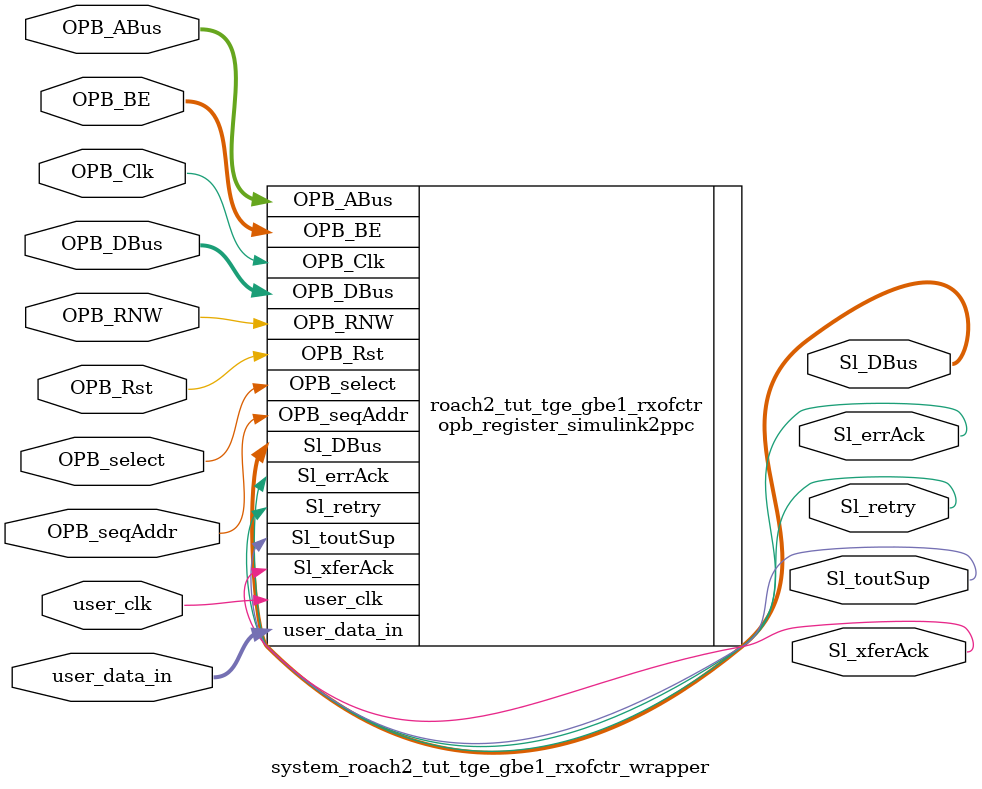
<source format=v>

module system_roach2_tut_tge_gbe1_rxofctr_wrapper
  (
    OPB_Clk,
    OPB_Rst,
    Sl_DBus,
    Sl_errAck,
    Sl_retry,
    Sl_toutSup,
    Sl_xferAck,
    OPB_ABus,
    OPB_BE,
    OPB_DBus,
    OPB_RNW,
    OPB_select,
    OPB_seqAddr,
    user_data_in,
    user_clk
  );
  input OPB_Clk;
  input OPB_Rst;
  output [0:31] Sl_DBus;
  output Sl_errAck;
  output Sl_retry;
  output Sl_toutSup;
  output Sl_xferAck;
  input [0:31] OPB_ABus;
  input [0:3] OPB_BE;
  input [0:31] OPB_DBus;
  input OPB_RNW;
  input OPB_select;
  input OPB_seqAddr;
  input [31:0] user_data_in;
  input user_clk;

  opb_register_simulink2ppc
    #(
      .C_BASEADDR ( 32'h01088300 ),
      .C_HIGHADDR ( 32'h010883FF ),
      .C_OPB_AWIDTH ( 32 ),
      .C_OPB_DWIDTH ( 32 ),
      .C_FAMILY ( "virtex6" )
    )
    roach2_tut_tge_gbe1_rxofctr (
      .OPB_Clk ( OPB_Clk ),
      .OPB_Rst ( OPB_Rst ),
      .Sl_DBus ( Sl_DBus ),
      .Sl_errAck ( Sl_errAck ),
      .Sl_retry ( Sl_retry ),
      .Sl_toutSup ( Sl_toutSup ),
      .Sl_xferAck ( Sl_xferAck ),
      .OPB_ABus ( OPB_ABus ),
      .OPB_BE ( OPB_BE ),
      .OPB_DBus ( OPB_DBus ),
      .OPB_RNW ( OPB_RNW ),
      .OPB_select ( OPB_select ),
      .OPB_seqAddr ( OPB_seqAddr ),
      .user_data_in ( user_data_in ),
      .user_clk ( user_clk )
    );

endmodule


</source>
